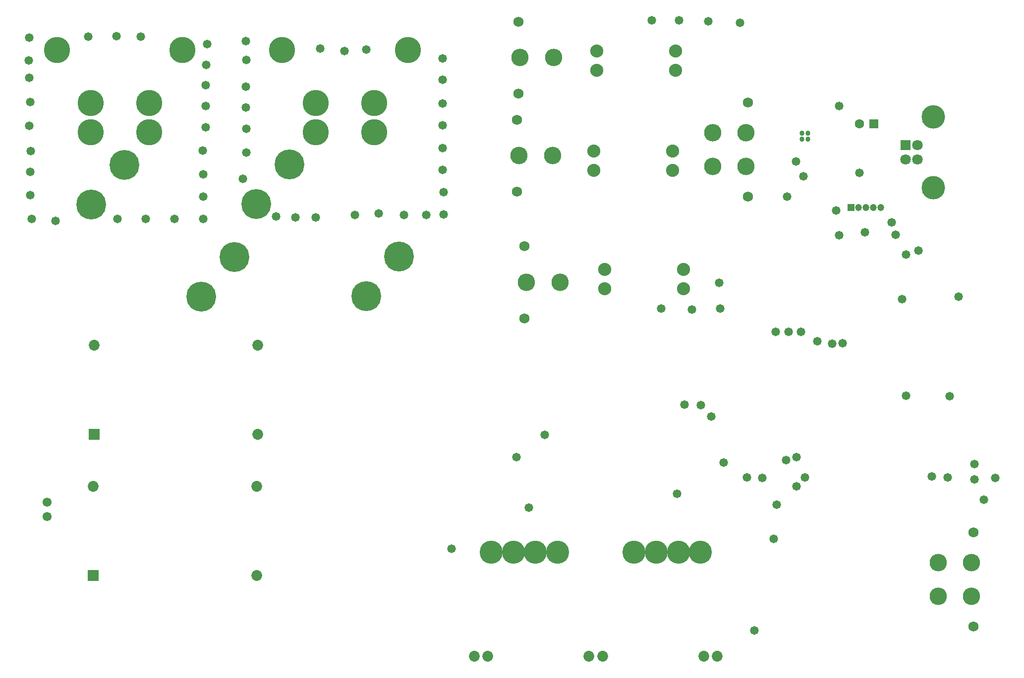
<source format=gbs>
G04*
G04 #@! TF.GenerationSoftware,Altium Limited,Altium Designer,18.1.7 (191)*
G04*
G04 Layer_Color=16711935*
%FSLAX25Y25*%
%MOIN*%
G70*
G01*
G75*
%ADD70C,0.06804*%
%ADD71C,0.11725*%
%ADD72C,0.20111*%
%ADD73C,0.15564*%
%ADD74C,0.07296*%
%ADD75C,0.06100*%
%ADD76C,0.17631*%
%ADD77C,0.08800*%
%ADD78C,0.04737*%
%ADD79R,0.04737X0.04737*%
%ADD80C,0.03398*%
%ADD81C,0.15761*%
%ADD82R,0.07099X0.07099*%
%ADD83C,0.07099*%
%ADD84R,0.06312X0.06312*%
%ADD85C,0.06312*%
%ADD86R,0.07296X0.07296*%
%ADD87C,0.05800*%
D70*
X563279Y671736D02*
D03*
Y608587D02*
D03*
X714780Y319205D02*
D03*
Y382354D02*
D03*
X408720Y677709D02*
D03*
Y726291D02*
D03*
X408000Y611709D02*
D03*
Y660291D02*
D03*
X413000Y526500D02*
D03*
Y575083D02*
D03*
D71*
X562000Y651382D02*
D03*
Y628941D02*
D03*
X539559Y651382D02*
D03*
Y628941D02*
D03*
X691059Y339559D02*
D03*
Y362000D02*
D03*
X713500Y339559D02*
D03*
Y362000D02*
D03*
X432441Y702000D02*
D03*
X410000D02*
D03*
X431720Y636000D02*
D03*
X409279D02*
D03*
X436721Y550791D02*
D03*
X414280D02*
D03*
D72*
X217770Y567729D02*
D03*
X143880Y629730D02*
D03*
X121610Y603190D02*
D03*
X195500Y541189D02*
D03*
X328671Y568000D02*
D03*
X254781Y630001D02*
D03*
X232511Y603461D02*
D03*
X306402Y541460D02*
D03*
D73*
X390410Y369079D02*
D03*
X405371D02*
D03*
X420331D02*
D03*
X435292D02*
D03*
X486473D02*
D03*
X501434D02*
D03*
X516394D02*
D03*
X531355D02*
D03*
D74*
X379071Y299000D02*
D03*
X388363D02*
D03*
X456237D02*
D03*
X465528D02*
D03*
X533402D02*
D03*
X542694D02*
D03*
X233000Y353500D02*
D03*
Y413500D02*
D03*
X123000D02*
D03*
X233500Y448500D02*
D03*
Y508500D02*
D03*
X123500D02*
D03*
D75*
X91829Y402843D02*
D03*
Y393000D02*
D03*
D76*
X250000Y707000D02*
D03*
X334488D02*
D03*
X311929Y671567D02*
D03*
Y651882D02*
D03*
X272559Y671567D02*
D03*
Y651882D02*
D03*
X121071D02*
D03*
Y671567D02*
D03*
X160441Y651882D02*
D03*
Y671567D02*
D03*
X183000Y707000D02*
D03*
X98512D02*
D03*
D77*
X520000Y546500D02*
D03*
Y559500D02*
D03*
X467000Y546500D02*
D03*
Y559500D02*
D03*
X512500Y626071D02*
D03*
Y639071D02*
D03*
X459500Y626071D02*
D03*
Y639071D02*
D03*
X514500Y693500D02*
D03*
Y706500D02*
D03*
X461500Y693500D02*
D03*
Y706500D02*
D03*
D78*
X652500Y601043D02*
D03*
X647500D02*
D03*
X642500D02*
D03*
X637500D02*
D03*
D79*
X632500D02*
D03*
D80*
X599428Y646991D02*
D03*
Y651141D02*
D03*
X603601D02*
D03*
Y646991D02*
D03*
D81*
X687890Y662043D02*
D03*
Y614641D02*
D03*
D82*
X669347Y643263D02*
D03*
D83*
Y633421D02*
D03*
X677221Y643263D02*
D03*
Y633421D02*
D03*
D84*
X648000Y657543D02*
D03*
D85*
X638157D02*
D03*
D86*
X123000Y353500D02*
D03*
X123500Y448500D02*
D03*
D87*
X97500Y592000D02*
D03*
X544000Y550500D02*
D03*
X544500Y533000D02*
D03*
X525500Y532500D02*
D03*
X505000Y533000D02*
D03*
X558000Y725500D02*
D03*
X536500Y726500D02*
D03*
X517000Y727000D02*
D03*
X498500D02*
D03*
X292000Y706500D02*
D03*
X358500Y611500D02*
D03*
X358000Y701500D02*
D03*
Y687000D02*
D03*
Y671000D02*
D03*
Y656500D02*
D03*
Y641000D02*
D03*
Y626500D02*
D03*
X306500Y707500D02*
D03*
X275500Y708000D02*
D03*
X358500Y596500D02*
D03*
X347000Y596000D02*
D03*
X332000D02*
D03*
X315000Y597000D02*
D03*
X299000Y596000D02*
D03*
X272500Y594500D02*
D03*
X259000D02*
D03*
X246000Y595000D02*
D03*
X223500Y620500D02*
D03*
X226000Y638000D02*
D03*
Y654000D02*
D03*
X225500Y668500D02*
D03*
Y682500D02*
D03*
X226000Y700500D02*
D03*
X225500Y713000D02*
D03*
X198500Y669500D02*
D03*
Y683500D02*
D03*
X199000Y697000D02*
D03*
X199500Y711000D02*
D03*
X198500Y655000D02*
D03*
X196686Y639500D02*
D03*
X155000Y716000D02*
D03*
X138500Y716500D02*
D03*
X80000Y715500D02*
D03*
X79500Y700000D02*
D03*
X80000Y688500D02*
D03*
X80400Y672000D02*
D03*
X80000Y656000D02*
D03*
X81000Y639071D02*
D03*
X80500Y625000D02*
D03*
Y609500D02*
D03*
X119500Y716000D02*
D03*
X197000Y623500D02*
D03*
X196711Y608587D02*
D03*
X196710Y593500D02*
D03*
X177509D02*
D03*
X158307D02*
D03*
X139105D02*
D03*
X81500D02*
D03*
X520500Y468500D02*
D03*
X729500Y419000D02*
D03*
X697500Y419500D02*
D03*
X687000Y420000D02*
D03*
X715500Y418000D02*
D03*
X426500Y448314D02*
D03*
X715500Y428500D02*
D03*
X669500Y474500D02*
D03*
X698839Y474000D02*
D03*
X722000Y404369D02*
D03*
X596000Y413500D02*
D03*
Y433000D02*
D03*
X589000Y431000D02*
D03*
X601661Y419543D02*
D03*
X407457Y433000D02*
D03*
X704870Y541000D02*
D03*
X624662Y669500D02*
D03*
X642000Y584496D02*
D03*
X622686Y599000D02*
D03*
X364000Y371500D02*
D03*
X638157Y624500D02*
D03*
X416000Y399000D02*
D03*
X515500Y408500D02*
D03*
X598957Y517500D02*
D03*
X581900D02*
D03*
X590500D02*
D03*
X609788Y511043D02*
D03*
X620000Y509500D02*
D03*
X626949Y509767D02*
D03*
X582400Y401043D02*
D03*
X567500Y316500D02*
D03*
X580500Y378000D02*
D03*
X573000Y419043D02*
D03*
X624662Y582354D02*
D03*
X562500Y419543D02*
D03*
X546839Y429543D02*
D03*
X538500Y460543D02*
D03*
X531500Y468043D02*
D03*
X678000Y572043D02*
D03*
X669500Y569496D02*
D03*
X589500Y608543D02*
D03*
X660000Y591043D02*
D03*
X662500Y582854D02*
D03*
X667000Y539370D02*
D03*
X600382Y622043D02*
D03*
X595500Y632043D02*
D03*
M02*

</source>
